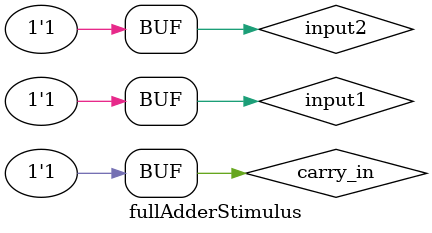
<source format=v>
`timescale 1ns / 1ps


module fullAdderStimulus;

	// Inputs
	reg input1;
	reg input2;
	reg carry_in;

	// Outputs
	wire sum;
	wire carry_out;

	// Instantiate the Unit Under Test (UUT)
	FullAdderCircuit uut (
		.input1(input1), 
		.input2(input2), 
		.carry_in(carry_in), 
		.sum(sum), 
		.carry_out(carry_out)
	);

	initial begin
		// Initialize Inputs
		input1 = 0;
		input2 = 0;
		carry_in = 0;

		// Wait 100 ns for global reset to finish
		#100;
        
		// Add stimulus here
		#50 input1 = 1;
		#50 input2 = 1;
		#50 carry_in = 1;
	end
	
	initial begin
		$monitor("Input1: %d, Input2: %d, Carry_in: %d\nSum: %d, Carry_out: %d\n\n", input1, input2, carry_in, sum, carry_out);
	end
endmodule


</source>
